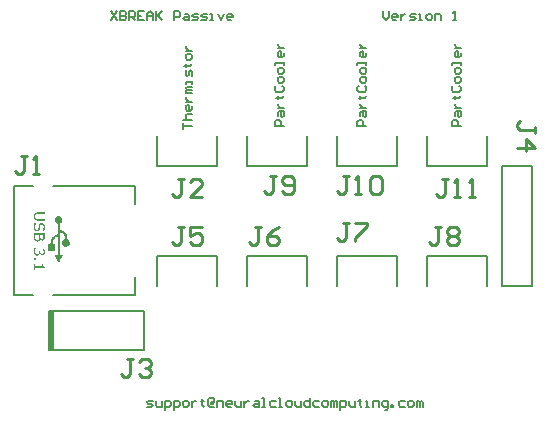
<source format=gto>
G04 Layer_Color=65535*
%FSLAX44Y44*%
%MOMM*%
G71*
G01*
G75*
%ADD11C,0.2540*%
%ADD24C,0.1500*%
%ADD25C,0.2032*%
%ADD26C,0.1270*%
G36*
X278339Y948650D02*
X276600D01*
Y950106D01*
X278339D01*
Y948650D01*
D02*
G37*
G36*
X285694Y968665D02*
Y968650D01*
Y968620D01*
Y968576D01*
Y968501D01*
Y968323D01*
X285679Y968100D01*
Y967862D01*
X285664Y967625D01*
X285649Y967387D01*
X285619Y967179D01*
Y967149D01*
X285605Y967090D01*
X285590Y967001D01*
X285560Y966867D01*
X285515Y966718D01*
X285456Y966570D01*
X285396Y966391D01*
X285307Y966228D01*
X285292Y966198D01*
X285263Y966139D01*
X285203Y966050D01*
X285129Y965946D01*
X285025Y965827D01*
X284906Y965708D01*
X284772Y965589D01*
X284624Y965500D01*
X284609Y965485D01*
X284550Y965455D01*
X284460Y965426D01*
X284356Y965381D01*
X284208Y965336D01*
X284044Y965292D01*
X283851Y965277D01*
X283643Y965262D01*
X283539D01*
X283420Y965277D01*
X283272Y965307D01*
X283093Y965351D01*
X282915Y965411D01*
X282722Y965485D01*
X282544Y965604D01*
X282529Y965619D01*
X282469Y965663D01*
X282395Y965738D01*
X282291Y965842D01*
X282172Y965960D01*
X282053Y966109D01*
X281934Y966287D01*
X281815Y966481D01*
X281771D01*
Y966466D01*
X281756Y966436D01*
Y966391D01*
X281726Y966332D01*
X281682Y966154D01*
X281593Y965946D01*
X281489Y965723D01*
X281340Y965470D01*
X281162Y965247D01*
X280954Y965024D01*
X280924Y964995D01*
X280850Y964935D01*
X280716Y964861D01*
X280538Y964757D01*
X280300Y964653D01*
X280032Y964579D01*
X279735Y964519D01*
X279394Y964490D01*
X279275D01*
X279156Y964504D01*
X278992Y964519D01*
X278799Y964549D01*
X278591Y964608D01*
X278398Y964668D01*
X278190Y964757D01*
X278160Y964772D01*
X278101Y964801D01*
X278012Y964861D01*
X277893Y964935D01*
X277759Y965039D01*
X277610Y965158D01*
X277477Y965292D01*
X277343Y965441D01*
X277328Y965470D01*
X277283Y965530D01*
X277209Y965634D01*
X277120Y965782D01*
X277031Y965946D01*
X276927Y966139D01*
X276838Y966362D01*
X276763Y966585D01*
Y966614D01*
X276734Y966689D01*
X276719Y966822D01*
X276689Y967001D01*
X276659Y967224D01*
X276630Y967491D01*
X276615Y967788D01*
X276600Y968130D01*
Y971354D01*
X285694D01*
Y968665D01*
D02*
G37*
G36*
X278264Y958486D02*
X278249Y958457D01*
X278205Y958397D01*
X278145Y958278D01*
X278056Y958145D01*
X277967Y957966D01*
X277863Y957758D01*
X277774Y957521D01*
X277685Y957268D01*
Y957253D01*
X277670Y957238D01*
X277655Y957149D01*
X277610Y957015D01*
X277581Y956837D01*
X277536Y956629D01*
X277491Y956406D01*
X277477Y956168D01*
X277462Y955916D01*
Y955901D01*
Y955842D01*
Y955767D01*
X277477Y955663D01*
X277491Y955544D01*
X277506Y955411D01*
X277581Y955099D01*
Y955084D01*
X277610Y955024D01*
X277640Y954950D01*
X277685Y954846D01*
X277804Y954608D01*
X277878Y954489D01*
X277967Y954385D01*
X277982Y954370D01*
X278012Y954341D01*
X278071Y954281D01*
X278145Y954222D01*
X278324Y954088D01*
X278547Y953969D01*
X278561D01*
X278606Y953940D01*
X278680Y953925D01*
X278769Y953895D01*
X278888Y953865D01*
X279037Y953850D01*
X279200Y953821D01*
X279468D01*
X279557Y953836D01*
X279661D01*
X279928Y953895D01*
X280062Y953925D01*
X280181Y953984D01*
X280196D01*
X280240Y954014D01*
X280300Y954044D01*
X280374Y954103D01*
X280538Y954237D01*
X280686Y954415D01*
X280701Y954430D01*
X280716Y954460D01*
X280746Y954519D01*
X280790Y954608D01*
X280835Y954712D01*
X280879Y954816D01*
X280924Y954950D01*
X280954Y955099D01*
Y955114D01*
X280969Y955158D01*
X280983Y955247D01*
X280998Y955351D01*
Y955470D01*
X281013Y955619D01*
X281028Y955931D01*
Y956480D01*
X282038D01*
Y956064D01*
Y956050D01*
Y956020D01*
Y955975D01*
Y955916D01*
X282053Y955738D01*
X282083Y955529D01*
X282128Y955292D01*
X282202Y955039D01*
X282291Y954801D01*
X282425Y954578D01*
X282440Y954549D01*
X282499Y954489D01*
X282588Y954400D01*
X282707Y954296D01*
X282871Y954192D01*
X283064Y954103D01*
X283287Y954044D01*
X283554Y954014D01*
X283673D01*
X283747Y954029D01*
X283940Y954073D01*
X284133Y954163D01*
X284148D01*
X284178Y954192D01*
X284223Y954222D01*
X284282Y954267D01*
X284416Y954385D01*
X284550Y954549D01*
Y954564D01*
X284579Y954593D01*
X284594Y954653D01*
X284639Y954712D01*
X284698Y954905D01*
X284758Y955114D01*
Y955128D01*
X284772Y955158D01*
X284787Y955232D01*
X284802Y955307D01*
Y955411D01*
X284817Y955529D01*
X284832Y955797D01*
Y955827D01*
Y955901D01*
X284817Y956020D01*
X284802Y956168D01*
X284772Y956347D01*
X284743Y956555D01*
X284683Y956793D01*
X284609Y957030D01*
X284594Y957060D01*
X284564Y957134D01*
X284520Y957268D01*
X284460Y957417D01*
X284371Y957610D01*
X284282Y957818D01*
X284163Y958026D01*
X284030Y958249D01*
Y958308D01*
X285307D01*
X285322Y958293D01*
X285337Y958234D01*
X285382Y958130D01*
X285441Y957996D01*
X285501Y957833D01*
X285560Y957639D01*
X285619Y957417D01*
X285694Y957164D01*
Y957149D01*
X285709Y957134D01*
X285723Y957045D01*
X285753Y956897D01*
X285798Y956718D01*
X285827Y956495D01*
X285857Y956273D01*
X285872Y956020D01*
X285887Y955767D01*
Y955752D01*
Y955738D01*
Y955648D01*
Y955529D01*
X285872Y955366D01*
X285857Y955188D01*
X285827Y954995D01*
X285798Y954787D01*
X285753Y954593D01*
Y954564D01*
X285738Y954504D01*
X285709Y954415D01*
X285664Y954281D01*
X285605Y954148D01*
X285545Y953984D01*
X285367Y953672D01*
X285352Y953657D01*
X285307Y953598D01*
X285248Y953523D01*
X285174Y953434D01*
X285070Y953316D01*
X284936Y953212D01*
X284802Y953108D01*
X284654Y953018D01*
X284639Y953003D01*
X284579Y952974D01*
X284490Y952944D01*
X284371Y952899D01*
X284237Y952855D01*
X284074Y952810D01*
X283881Y952795D01*
X283688Y952781D01*
X283613D01*
X283554Y952795D01*
X283420Y952810D01*
X283242Y952840D01*
X283034Y952914D01*
X282811Y953003D01*
X282588Y953137D01*
X282365Y953316D01*
X282336Y953345D01*
X282276Y953405D01*
X282172Y953523D01*
X282068Y953672D01*
X281949Y953865D01*
X281830Y954073D01*
X281726Y954311D01*
X281652Y954578D01*
X281563D01*
Y954564D01*
X281548Y954519D01*
Y954460D01*
X281518Y954385D01*
X281489Y954281D01*
X281459Y954177D01*
X281355Y953910D01*
Y953895D01*
X281325Y953850D01*
X281295Y953776D01*
X281251Y953687D01*
X281132Y953479D01*
X280969Y953271D01*
X280954Y953256D01*
X280924Y953226D01*
X280865Y953167D01*
X280790Y953093D01*
X280686Y953018D01*
X280567Y952944D01*
X280448Y952855D01*
X280300Y952781D01*
X280285Y952766D01*
X280226Y952751D01*
X280151Y952721D01*
X280032Y952677D01*
X279884Y952647D01*
X279706Y952617D01*
X279512Y952602D01*
X279289Y952587D01*
X279186D01*
X279067Y952602D01*
X278918Y952617D01*
X278740Y952647D01*
X278547Y952691D01*
X278339Y952751D01*
X278145Y952825D01*
X278116Y952840D01*
X278056Y952870D01*
X277967Y952914D01*
X277833Y952989D01*
X277700Y953078D01*
X277551Y953182D01*
X277388Y953301D01*
X277239Y953449D01*
X277224Y953464D01*
X277165Y953523D01*
X277090Y953628D01*
X277001Y953761D01*
X276897Y953910D01*
X276793Y954103D01*
X276689Y954311D01*
X276600Y954534D01*
X276585Y954564D01*
X276570Y954638D01*
X276541Y954772D01*
X276511Y954935D01*
X276466Y955143D01*
X276437Y955366D01*
X276422Y955619D01*
X276407Y955886D01*
Y955901D01*
Y955916D01*
Y955960D01*
Y956020D01*
X276422Y956168D01*
X276437Y956362D01*
X276451Y956584D01*
X276481Y956837D01*
X276526Y957105D01*
X276585Y957387D01*
Y957402D01*
X276600Y957417D01*
X276615Y957506D01*
X276659Y957639D01*
X276704Y957803D01*
X276763Y957996D01*
X276823Y958189D01*
X276897Y958397D01*
X276971Y958576D01*
X278264D01*
Y958486D01*
D02*
G37*
G36*
X284446Y945381D02*
Y945336D01*
Y945262D01*
X284460Y945158D01*
Y945039D01*
X284475Y944905D01*
X284505Y944593D01*
Y944578D01*
X284520Y944519D01*
X284535Y944445D01*
X284550Y944341D01*
X284609Y944118D01*
X284639Y944014D01*
X284683Y943910D01*
X284698Y943895D01*
X284713Y943865D01*
X284743Y943821D01*
X284802Y943761D01*
X284921Y943613D01*
X285084Y943479D01*
X285099Y943464D01*
X285129Y943449D01*
X285189Y943419D01*
X285248Y943390D01*
X285352Y943360D01*
X285456Y943330D01*
X285575Y943301D01*
X285723Y943286D01*
Y942335D01*
X277536D01*
Y940477D01*
X276600D01*
Y945396D01*
X277536D01*
Y943509D01*
X283613D01*
Y945396D01*
X284446D01*
Y945381D01*
D02*
G37*
G36*
X298147Y986000D02*
X298595Y985882D01*
X298991Y985684D01*
X299369Y985463D01*
X299849Y985071D01*
X300104Y984694D01*
X300364Y984312D01*
X300613Y983765D01*
X300719Y983127D01*
X300711Y982890D01*
X300726D01*
Y982475D01*
X300683Y982119D01*
X300575Y981748D01*
X300449Y981422D01*
X300291Y981113D01*
X300058Y980764D01*
X299796Y980482D01*
X299592Y980310D01*
X299304Y980106D01*
X299063Y979940D01*
X298781Y979807D01*
X298666Y979747D01*
X298637Y977334D01*
X298638Y974751D01*
X298690Y974647D01*
X298845Y974562D01*
X299394Y974338D01*
X299967Y974086D01*
X301005Y973633D01*
X301603Y973374D01*
X302197Y973105D01*
X302895Y972577D01*
X303301Y972139D01*
X303725Y971483D01*
X303994Y970884D01*
X304182Y970460D01*
X304409Y969343D01*
X304503Y968711D01*
X304602Y967080D01*
X304607Y966500D01*
X304691Y966415D01*
X304828Y966339D01*
X305055Y966288D01*
X305337Y966113D01*
X305743Y965877D01*
X306061Y965554D01*
X306337Y965241D01*
X306568Y964897D01*
X306700Y964609D01*
X306834Y964201D01*
X306943Y963716D01*
X306950Y963143D01*
X306926Y962671D01*
X306794Y962105D01*
X306582Y961766D01*
X306323Y961351D01*
X306028Y961042D01*
X305734Y960748D01*
X305488Y960583D01*
X305191Y960441D01*
X304814Y960262D01*
X304494Y960149D01*
X304234Y960111D01*
X303923Y960097D01*
X303484Y960083D01*
X303119Y960109D01*
X302810Y960173D01*
X302410Y960314D01*
X302164Y960460D01*
X301872Y960682D01*
X301604Y960884D01*
X301354Y961082D01*
X301196Y961269D01*
X300962Y961559D01*
X300776Y961872D01*
X300675Y962190D01*
X300581Y962483D01*
X300505Y962964D01*
X300505Y963544D01*
X300590Y964100D01*
X300707Y964501D01*
X301010Y965043D01*
X301240Y965312D01*
X301483Y965545D01*
X301868Y965896D01*
X302188Y966137D01*
X302424Y966259D01*
X302683Y966377D01*
X302726Y966523D01*
X302735Y966863D01*
X302712Y967759D01*
X302650Y968225D01*
X302612Y968711D01*
X302490Y969428D01*
X302362Y969810D01*
X302183Y970234D01*
X302037Y970465D01*
X301863Y970729D01*
X301627Y970974D01*
X301349Y971215D01*
X301028Y971469D01*
X300752Y971604D01*
X300410Y971785D01*
X300024Y971945D01*
X299718Y972063D01*
X299404Y972212D01*
X299227Y972304D01*
X299027Y972400D01*
X298829Y972518D01*
X298704Y972568D01*
X298636Y972551D01*
X298591Y972506D01*
X298600Y972200D01*
Y968951D01*
X298607Y961311D01*
X298600Y957570D01*
X298595Y956476D01*
X298600Y954765D01*
X298553Y953374D01*
X298607Y953301D01*
X298911Y953326D01*
X299538Y953322D01*
X301240Y953341D01*
X301271Y953244D01*
X301099Y952949D01*
X300439Y951823D01*
X300010Y951054D01*
X299430Y950069D01*
X299015Y949319D01*
X298445Y948305D01*
X297742Y947032D01*
X297633Y946891D01*
X297584Y946903D01*
X297488Y947023D01*
X296493Y948833D01*
X296073Y949437D01*
X295663Y950187D01*
X295175Y951080D01*
X294786Y951709D01*
X294333Y952426D01*
X294050Y952926D01*
X293904Y953161D01*
Y953247D01*
X293979Y953322D01*
X295712Y953319D01*
X296389Y953312D01*
X296507D01*
X296577Y953369D01*
Y961134D01*
X296610Y967679D01*
X296634Y968819D01*
X296596Y968937D01*
X296502Y968947D01*
X296323Y968801D01*
X295719Y968442D01*
X295252Y968216D01*
X294805Y967952D01*
X294338Y967589D01*
X293725Y967023D01*
X293458Y966615D01*
X293131Y966085D01*
X292942Y965646D01*
X292695Y965017D01*
X292574Y964595D01*
X292490Y963972D01*
X292409Y963218D01*
X292339Y962478D01*
X292376Y962313D01*
X292504Y962299D01*
X294201Y962313D01*
X294258Y962247D01*
X294239Y962016D01*
X294244Y956938D01*
X294216Y956849D01*
X294125Y956830D01*
X288949Y956853D01*
X288810Y956874D01*
X288741Y956919D01*
X288751Y957117D01*
X288763Y962216D01*
X288744Y962292D01*
X288810Y962334D01*
X290354Y962313D01*
X290465Y962348D01*
X290488Y962518D01*
X290510Y963256D01*
X290618Y964038D01*
X290717Y964802D01*
X290809Y965191D01*
X291009Y966014D01*
X291254Y966702D01*
X291641Y967499D01*
X292080Y967971D01*
X292645Y968617D01*
X293400Y969277D01*
X294083Y969687D01*
X294783Y970071D01*
X295406Y970397D01*
X295719Y970545D01*
X296111Y970804D01*
X296422Y971097D01*
X296563Y971380D01*
X296653Y971696D01*
X296646Y972971D01*
X296648Y978381D01*
X296639Y979626D01*
X296582Y979692D01*
X296441Y979748D01*
X296200Y979824D01*
X295934Y979939D01*
X295639Y980140D01*
X295441Y980314D01*
X295229Y980522D01*
X295059Y980748D01*
X294859Y980981D01*
X294574Y981399D01*
X294475Y981733D01*
X294375Y982120D01*
X294333Y982629D01*
X294319Y983148D01*
X294343Y983511D01*
X294423Y983855D01*
X294625Y984355D01*
X294861Y984623D01*
X295092Y984930D01*
X295507Y985345D01*
X295865Y985632D01*
X296191Y985793D01*
X296667Y985981D01*
X297190Y986047D01*
X297808Y986052D01*
X298147Y986000D01*
D02*
G37*
G36*
X285694Y987996D02*
X279928D01*
X279750Y987982D01*
X279572D01*
X279379Y987952D01*
X279186Y987937D01*
X279007Y987907D01*
X278992D01*
X278933Y987892D01*
X278859Y987863D01*
X278755Y987818D01*
X278636Y987774D01*
X278502Y987714D01*
X278235Y987566D01*
X278220Y987551D01*
X278175Y987521D01*
X278101Y987461D01*
X278012Y987372D01*
X277922Y987268D01*
X277818Y987150D01*
X277729Y987001D01*
X277640Y986837D01*
X277625Y986823D01*
X277610Y986748D01*
X277581Y986659D01*
X277551Y986525D01*
X277506Y986362D01*
X277477Y986169D01*
X277462Y985961D01*
X277447Y985723D01*
Y985708D01*
Y985693D01*
Y985619D01*
X277462Y985485D01*
X277477Y985337D01*
X277491Y985158D01*
X277536Y984980D01*
X277581Y984787D01*
X277640Y984609D01*
X277655Y984594D01*
X277670Y984534D01*
X277729Y984445D01*
X277789Y984341D01*
X277878Y984222D01*
X277967Y984103D01*
X278101Y983985D01*
X278235Y983866D01*
X278249Y983851D01*
X278294Y983821D01*
X278368Y983791D01*
X278472Y983732D01*
X278591Y983672D01*
X278725Y983628D01*
X279037Y983524D01*
X279052D01*
X279111Y983509D01*
X279215Y983494D01*
X279349Y983464D01*
X279512Y983450D01*
X279691Y983435D01*
X279914Y983420D01*
X285694D01*
Y982216D01*
X279988D01*
X279899Y982231D01*
X279661Y982246D01*
X279394Y982276D01*
X279096Y982305D01*
X278799Y982365D01*
X278517Y982439D01*
X278502D01*
X278487Y982454D01*
X278398Y982484D01*
X278264Y982528D01*
X278086Y982617D01*
X277893Y982707D01*
X277685Y982840D01*
X277491Y982974D01*
X277298Y983152D01*
X277283Y983167D01*
X277224Y983242D01*
X277135Y983331D01*
X277031Y983464D01*
X276927Y983628D01*
X276808Y983821D01*
X276704Y984029D01*
X276615Y984252D01*
X276600Y984282D01*
X276585Y984356D01*
X276555Y984490D01*
X276511Y984668D01*
X276466Y984891D01*
X276437Y985129D01*
X276422Y985411D01*
X276407Y985723D01*
Y985738D01*
Y985768D01*
Y985812D01*
Y985872D01*
X276422Y986020D01*
X276437Y986228D01*
X276466Y986451D01*
X276496Y986704D01*
X276555Y986956D01*
X276630Y987209D01*
X276645Y987239D01*
X276674Y987313D01*
X276719Y987432D01*
X276793Y987580D01*
X276897Y987744D01*
X277001Y987922D01*
X277135Y988115D01*
X277298Y988279D01*
X277328Y988294D01*
X277388Y988353D01*
X277491Y988442D01*
X277640Y988546D01*
X277804Y988665D01*
X278012Y988784D01*
X278249Y988903D01*
X278502Y988992D01*
X278517D01*
X278532Y989007D01*
X278576D01*
X278636Y989022D01*
X278784Y989051D01*
X278992Y989096D01*
X279245Y989141D01*
X279542Y989170D01*
X279869Y989185D01*
X280240Y989200D01*
X285694D01*
Y987996D01*
D02*
G37*
G36*
X278680Y980240D02*
Y980225D01*
X278650Y980210D01*
X278621Y980166D01*
X278591Y980121D01*
X278487Y979973D01*
X278353Y979779D01*
X278205Y979542D01*
X278056Y979274D01*
X277922Y978977D01*
X277789Y978650D01*
Y978635D01*
X277774Y978605D01*
X277759Y978561D01*
X277744Y978502D01*
X277714Y978412D01*
X277685Y978323D01*
X277640Y978100D01*
X277581Y977833D01*
X277521Y977551D01*
X277491Y977238D01*
X277477Y976941D01*
Y976926D01*
Y976897D01*
Y976837D01*
Y976763D01*
X277491Y976659D01*
X277506Y976555D01*
X277536Y976302D01*
X277581Y976020D01*
X277655Y975738D01*
X277759Y975455D01*
X277893Y975203D01*
Y975188D01*
X277908Y975173D01*
X277967Y975099D01*
X278056Y974995D01*
X278190Y974876D01*
X278353Y974772D01*
X278547Y974668D01*
X278769Y974594D01*
X278888Y974564D01*
X279126D01*
X279230Y974579D01*
X279349Y974594D01*
X279498Y974638D01*
X279646Y974683D01*
X279780Y974757D01*
X279899Y974861D01*
X279914Y974876D01*
X279943Y974921D01*
X280003Y974980D01*
X280062Y975084D01*
X280136Y975218D01*
X280226Y975366D01*
X280300Y975559D01*
X280359Y975768D01*
Y975782D01*
X280374Y975842D01*
X280404Y975946D01*
X280434Y976065D01*
X280463Y976213D01*
X280493Y976377D01*
X280523Y976570D01*
X280553Y976763D01*
Y976793D01*
X280567Y976852D01*
X280582Y976956D01*
X280612Y977105D01*
X280642Y977268D01*
X280671Y977461D01*
X280716Y977669D01*
X280760Y977892D01*
Y977907D01*
X280775Y977952D01*
X280790Y978011D01*
X280805Y978085D01*
X280835Y978189D01*
X280879Y978308D01*
X280969Y978561D01*
X281087Y978858D01*
X281236Y979155D01*
X281414Y979438D01*
X281637Y979675D01*
X281667Y979705D01*
X281756Y979764D01*
X281890Y979854D01*
X282068Y979958D01*
X282306Y980077D01*
X282573Y980166D01*
X282885Y980225D01*
X283242Y980255D01*
X283346D01*
X283435Y980240D01*
X283524Y980225D01*
X283643Y980210D01*
X283911Y980136D01*
X284208Y980017D01*
X284356Y979943D01*
X284520Y979854D01*
X284668Y979750D01*
X284832Y979616D01*
X284981Y979467D01*
X285114Y979304D01*
X285129Y979289D01*
X285144Y979259D01*
X285189Y979200D01*
X285233Y979126D01*
X285292Y979036D01*
X285352Y978918D01*
X285411Y978784D01*
X285486Y978635D01*
X285560Y978472D01*
X285619Y978279D01*
X285679Y978085D01*
X285738Y977863D01*
X285827Y977387D01*
X285842Y977120D01*
X285857Y976852D01*
Y976837D01*
Y976808D01*
Y976763D01*
Y976689D01*
Y976600D01*
X285842Y976510D01*
X285827Y976273D01*
X285813Y976005D01*
X285783Y975708D01*
X285723Y975411D01*
X285664Y975099D01*
Y975084D01*
X285649Y975069D01*
Y975024D01*
X285634Y974965D01*
X285590Y974817D01*
X285545Y974623D01*
X285471Y974400D01*
X285396Y974163D01*
X285307Y973910D01*
X285218Y973672D01*
X283792D01*
Y973762D01*
X283807Y973791D01*
X283866Y973851D01*
X283940Y973969D01*
X284044Y974133D01*
X284163Y974326D01*
X284282Y974564D01*
X284401Y974831D01*
X284520Y975128D01*
Y975143D01*
X284535Y975173D01*
X284550Y975218D01*
X284564Y975277D01*
X284594Y975351D01*
X284609Y975441D01*
X284668Y975664D01*
X284728Y975916D01*
X284772Y976213D01*
X284802Y976525D01*
X284817Y976852D01*
Y976867D01*
Y976897D01*
Y976941D01*
Y977016D01*
X284802Y977194D01*
X284772Y977402D01*
X284713Y977655D01*
X284639Y977922D01*
X284535Y978175D01*
X284401Y978412D01*
X284386Y978442D01*
X284327Y978502D01*
X284237Y978591D01*
X284119Y978695D01*
X283970Y978814D01*
X283792Y978903D01*
X283584Y978962D01*
X283361Y978992D01*
X283272D01*
X283168Y978977D01*
X283034Y978962D01*
X282900Y978918D01*
X282752Y978873D01*
X282603Y978799D01*
X282469Y978709D01*
X282454Y978695D01*
X282425Y978650D01*
X282365Y978576D01*
X282291Y978472D01*
X282217Y978323D01*
X282128Y978145D01*
X282053Y977922D01*
X281979Y977669D01*
Y977655D01*
X281964Y977595D01*
X281949Y977506D01*
X281919Y977387D01*
X281890Y977224D01*
X281860Y977045D01*
X281815Y976823D01*
X281771Y976570D01*
Y976555D01*
Y976540D01*
X281756Y976451D01*
X281726Y976317D01*
X281697Y976139D01*
X281652Y975946D01*
X281607Y975753D01*
X281563Y975545D01*
X281518Y975351D01*
Y975337D01*
X281504Y975307D01*
X281489Y975247D01*
X281474Y975188D01*
X281444Y975099D01*
X281399Y974995D01*
X281310Y974772D01*
X281206Y974519D01*
X281058Y974267D01*
X280894Y974029D01*
X280701Y973821D01*
X280671Y973791D01*
X280597Y973732D01*
X280478Y973658D01*
X280315Y973553D01*
X280092Y973464D01*
X279839Y973375D01*
X279527Y973316D01*
X279186Y973301D01*
X279096D01*
X278992Y973316D01*
X278859Y973331D01*
X278695Y973360D01*
X278517Y973405D01*
X278324Y973464D01*
X278130Y973553D01*
X278116Y973568D01*
X278041Y973598D01*
X277952Y973658D01*
X277833Y973732D01*
X277700Y973836D01*
X277551Y973955D01*
X277402Y974088D01*
X277254Y974252D01*
X277239Y974267D01*
X277194Y974341D01*
X277120Y974445D01*
X277031Y974579D01*
X276942Y974742D01*
X276838Y974935D01*
X276734Y975158D01*
X276645Y975396D01*
X276630Y975426D01*
X276615Y975515D01*
X276585Y975649D01*
X276541Y975827D01*
X276496Y976050D01*
X276466Y976317D01*
X276451Y976629D01*
X276437Y976956D01*
Y976971D01*
Y977001D01*
Y977045D01*
Y977120D01*
Y977209D01*
X276451Y977313D01*
X276466Y977551D01*
X276481Y977818D01*
X276511Y978115D01*
X276555Y978427D01*
X276615Y978724D01*
Y978739D01*
X276630Y978754D01*
Y978799D01*
X276645Y978858D01*
X276689Y979022D01*
X276749Y979215D01*
X276823Y979453D01*
X276912Y979720D01*
X277031Y980017D01*
X277150Y980314D01*
X278680D01*
Y980240D01*
D02*
G37*
%LPC*%
G36*
X284654Y970151D02*
X282038D01*
Y968591D01*
Y968561D01*
Y968501D01*
Y968397D01*
Y968264D01*
X282053Y968115D01*
Y967967D01*
X282068Y967818D01*
X282083Y967684D01*
Y967669D01*
X282098Y967625D01*
X282113Y967565D01*
X282142Y967476D01*
X282217Y967283D01*
X282336Y967060D01*
X282350Y967045D01*
X282365Y967016D01*
X282410Y966971D01*
X282454Y966897D01*
X282603Y966778D01*
X282692Y966703D01*
X282796Y966659D01*
X282811D01*
X282856Y966644D01*
X282915Y966614D01*
X282989Y966585D01*
X283093Y966570D01*
X283212Y966540D01*
X283480Y966525D01*
X283599D01*
X283673Y966540D01*
X283851Y966570D01*
X284030Y966644D01*
X284044D01*
X284074Y966659D01*
X284163Y966733D01*
X284282Y966837D01*
X284401Y967001D01*
X284416Y967016D01*
X284431Y967045D01*
X284460Y967105D01*
X284490Y967194D01*
X284520Y967298D01*
X284564Y967417D01*
X284594Y967550D01*
X284609Y967699D01*
Y967714D01*
X284624Y967773D01*
Y967862D01*
X284639Y967981D01*
Y968115D01*
X284654Y968293D01*
Y968487D01*
Y968709D01*
Y970151D01*
D02*
G37*
G36*
X281013D02*
X277640D01*
Y968561D01*
Y968546D01*
Y968531D01*
Y968487D01*
Y968427D01*
Y968279D01*
X277655Y968100D01*
Y967892D01*
X277670Y967669D01*
X277685Y967461D01*
X277714Y967253D01*
Y967224D01*
X277729Y967164D01*
X277759Y967075D01*
X277789Y966956D01*
X277833Y966822D01*
X277878Y966689D01*
X277937Y966555D01*
X278012Y966421D01*
X278027Y966406D01*
X278056Y966362D01*
X278101Y966302D01*
X278175Y966228D01*
X278339Y966065D01*
X278442Y965990D01*
X278547Y965916D01*
X278561Y965901D01*
X278606Y965886D01*
X278665Y965856D01*
X278769Y965827D01*
X278873Y965797D01*
X279022Y965782D01*
X279171Y965752D01*
X279438D01*
X279542Y965767D01*
X279661D01*
X279943Y965827D01*
X280092Y965871D01*
X280211Y965931D01*
X280226D01*
X280270Y965960D01*
X280330Y966005D01*
X280404Y966065D01*
X280493Y966154D01*
X280582Y966243D01*
X280671Y966377D01*
X280760Y966525D01*
Y966540D01*
X280790Y966585D01*
X280805Y966644D01*
X280835Y966718D01*
X280879Y966822D01*
X280909Y966956D01*
X280939Y967090D01*
X280954Y967238D01*
Y967253D01*
X280969Y967313D01*
Y967402D01*
X280983Y967521D01*
X280998Y967669D01*
Y967833D01*
X281013Y968041D01*
Y968249D01*
Y970151D01*
D02*
G37*
%LPD*%
D11*
X403857Y1017265D02*
X398778D01*
X401317D01*
Y1004569D01*
X398778Y1002030D01*
X396239D01*
X393700Y1004569D01*
X419092Y1002030D02*
X408935D01*
X419092Y1012187D01*
Y1014726D01*
X416553Y1017265D01*
X411474D01*
X408935Y1014726D01*
X543557Y980435D02*
X538478D01*
X541017D01*
Y967739D01*
X538478Y965200D01*
X535939D01*
X533400Y967739D01*
X548635Y980435D02*
X558792D01*
Y977896D01*
X548635Y967739D01*
Y965200D01*
X627377Y1017265D02*
X622298D01*
X624837D01*
Y1004569D01*
X622298Y1002030D01*
X619759D01*
X617220Y1004569D01*
X632455Y1002030D02*
X637533D01*
X634994D01*
Y1017265D01*
X632455Y1014726D01*
X645151Y1002030D02*
X650229D01*
X647690D01*
Y1017265D01*
X645151Y1014726D01*
X543557Y1019805D02*
X538478D01*
X541017D01*
Y1007109D01*
X538478Y1004570D01*
X535939D01*
X533400Y1007109D01*
X548635Y1004570D02*
X553713D01*
X551174D01*
Y1019805D01*
X548635Y1017266D01*
X561331D02*
X563870Y1019805D01*
X568949D01*
X571488Y1017266D01*
Y1007109D01*
X568949Y1004570D01*
X563870D01*
X561331Y1007109D01*
Y1017266D01*
X481327Y1019805D02*
X476248D01*
X478787D01*
Y1007109D01*
X476248Y1004570D01*
X473709D01*
X471170Y1007109D01*
X486405D02*
X488944Y1004570D01*
X494023D01*
X496562Y1007109D01*
Y1017266D01*
X494023Y1019805D01*
X488944D01*
X486405Y1017266D01*
Y1014727D01*
X488944Y1012188D01*
X496562D01*
X403857Y976625D02*
X398778D01*
X401317D01*
Y963929D01*
X398778Y961390D01*
X396239D01*
X393700Y963929D01*
X419092Y976625D02*
X408935D01*
Y969007D01*
X414013Y971547D01*
X416553D01*
X419092Y969007D01*
Y963929D01*
X416553Y961390D01*
X411474D01*
X408935Y963929D01*
X701035Y1056643D02*
Y1061722D01*
Y1059183D01*
X688339D01*
X685800Y1061722D01*
Y1064261D01*
X688339Y1066800D01*
X685800Y1043947D02*
X701035D01*
X693418Y1051565D01*
Y1041408D01*
X360157Y865235D02*
X355078D01*
X357617D01*
Y852539D01*
X355078Y850000D01*
X352539D01*
X350000Y852539D01*
X365235Y862696D02*
X367774Y865235D01*
X372853D01*
X375392Y862696D01*
Y860157D01*
X372853Y857617D01*
X370313D01*
X372853D01*
X375392Y855078D01*
Y852539D01*
X372853Y850000D01*
X367774D01*
X365235Y852539D01*
X271015Y1037077D02*
X265936D01*
X268475D01*
Y1024381D01*
X265936Y1021842D01*
X263397D01*
X260858Y1024381D01*
X276093Y1021842D02*
X281171D01*
X278632D01*
Y1037077D01*
X276093Y1034538D01*
X468881Y976371D02*
X463802D01*
X466342D01*
Y963675D01*
X463802Y961136D01*
X461263D01*
X458724Y963675D01*
X484116Y976371D02*
X479037Y973832D01*
X473959Y968754D01*
Y963675D01*
X476498Y961136D01*
X481577D01*
X484116Y963675D01*
Y966214D01*
X481577Y968754D01*
X473959D01*
X621281Y976371D02*
X616202D01*
X618741D01*
Y963675D01*
X616202Y961136D01*
X613663D01*
X611124Y963675D01*
X626359Y973832D02*
X628898Y976371D01*
X633977D01*
X636516Y973832D01*
Y971293D01*
X633977Y968754D01*
X636516Y966214D01*
Y963675D01*
X633977Y961136D01*
X628898D01*
X626359Y963675D01*
Y966214D01*
X628898Y968754D01*
X626359Y971293D01*
Y973832D01*
X628898Y968754D02*
X633977D01*
D24*
X259700Y919300D02*
X275600D01*
X292600D02*
X362100D01*
Y934100D01*
Y996300D02*
Y1011100D01*
X292600D02*
X362100D01*
X259700D02*
X275600D01*
X259700Y919300D02*
Y1011100D01*
D25*
X381000Y1028700D02*
Y1054100D01*
X431800Y1028700D02*
Y1054100D01*
X381000Y1028700D02*
X431800D01*
X584200Y927100D02*
Y952500D01*
X533400Y927100D02*
Y952500D01*
X584200D01*
X609600Y1028700D02*
Y1054100D01*
X660400Y1028700D02*
Y1054100D01*
X609600Y1028700D02*
X660400D01*
X533400D02*
Y1054100D01*
X584200Y1028700D02*
Y1054100D01*
X533400Y1028700D02*
X584200D01*
X457200D02*
Y1054100D01*
X508000Y1028700D02*
Y1054100D01*
X457200Y1028700D02*
X508000D01*
X431800Y927100D02*
Y952500D01*
X381000Y927100D02*
Y952500D01*
X431800D01*
X508000Y927100D02*
Y952500D01*
X457200Y927100D02*
Y952500D01*
X508000D01*
X660400Y927100D02*
Y952500D01*
X609600Y927100D02*
Y952500D01*
X660400D01*
X372032Y824571D02*
X375841D01*
X377110Y825841D01*
X375841Y827110D01*
X373302D01*
X372032Y828380D01*
X373302Y829650D01*
X377110D01*
X379650D02*
Y825841D01*
X380919Y824571D01*
X384728D01*
Y829650D01*
X387267Y822032D02*
Y829650D01*
X391076D01*
X392345Y828380D01*
Y825841D01*
X391076Y824571D01*
X387267D01*
X394885Y822032D02*
Y829650D01*
X398693D01*
X399963Y828380D01*
Y825841D01*
X398693Y824571D01*
X394885D01*
X403772D02*
X406311D01*
X407580Y825841D01*
Y828380D01*
X406311Y829650D01*
X403772D01*
X402502Y828380D01*
Y825841D01*
X403772Y824571D01*
X410120Y829650D02*
Y824571D01*
Y827110D01*
X411389Y828380D01*
X412659Y829650D01*
X413928D01*
X419007Y830919D02*
Y829650D01*
X417737D01*
X420276D01*
X419007D01*
Y825841D01*
X420276Y824571D01*
X427894Y827110D02*
Y828380D01*
X426624D01*
Y827110D01*
X427894D01*
X429164Y828380D01*
Y830919D01*
X427894Y832189D01*
X425355D01*
X424085Y830919D01*
Y825841D01*
X425355Y824571D01*
X429164D01*
X431703D02*
Y829650D01*
X435512D01*
X436781Y828380D01*
Y824571D01*
X443129D02*
X440590D01*
X439320Y825841D01*
Y828380D01*
X440590Y829650D01*
X443129D01*
X444399Y828380D01*
Y827110D01*
X439320D01*
X446938Y829650D02*
Y825841D01*
X448207Y824571D01*
X452016D01*
Y829650D01*
X454555D02*
Y824571D01*
Y827110D01*
X455825Y828380D01*
X457094Y829650D01*
X458364D01*
X463442D02*
X465982D01*
X467251Y828380D01*
Y824571D01*
X463442D01*
X462173Y825841D01*
X463442Y827110D01*
X467251D01*
X469790Y824571D02*
X472330D01*
X471060D01*
Y832189D01*
X469790D01*
X481217Y829650D02*
X477408D01*
X476138Y828380D01*
Y825841D01*
X477408Y824571D01*
X481217D01*
X483756D02*
X486295D01*
X485025D01*
Y832189D01*
X483756D01*
X491373Y824571D02*
X493913D01*
X495182Y825841D01*
Y828380D01*
X493913Y829650D01*
X491373D01*
X490104Y828380D01*
Y825841D01*
X491373Y824571D01*
X497721Y829650D02*
Y825841D01*
X498991Y824571D01*
X502800D01*
Y829650D01*
X510417Y832189D02*
Y824571D01*
X506609D01*
X505339Y825841D01*
Y828380D01*
X506609Y829650D01*
X510417D01*
X518035D02*
X514226D01*
X512956Y828380D01*
Y825841D01*
X514226Y824571D01*
X518035D01*
X521843D02*
X524383D01*
X525652Y825841D01*
Y828380D01*
X524383Y829650D01*
X521843D01*
X520574Y828380D01*
Y825841D01*
X521843Y824571D01*
X528191D02*
Y829650D01*
X529461D01*
X530731Y828380D01*
Y824571D01*
Y828380D01*
X532000Y829650D01*
X533270Y828380D01*
Y824571D01*
X535809Y822032D02*
Y829650D01*
X539618D01*
X540887Y828380D01*
Y825841D01*
X539618Y824571D01*
X535809D01*
X543427Y829650D02*
Y825841D01*
X544696Y824571D01*
X548505D01*
Y829650D01*
X552314Y830919D02*
Y829650D01*
X551044D01*
X553583D01*
X552314D01*
Y825841D01*
X553583Y824571D01*
X557392D02*
X559931D01*
X558662D01*
Y829650D01*
X557392D01*
X563740Y824571D02*
Y829650D01*
X567549D01*
X568818Y828380D01*
Y824571D01*
X573897Y822032D02*
X575166D01*
X576436Y823302D01*
Y829650D01*
X572627D01*
X571357Y828380D01*
Y825841D01*
X572627Y824571D01*
X576436D01*
X578975D02*
Y825841D01*
X580245D01*
Y824571D01*
X578975D01*
X590401Y829650D02*
X586593D01*
X585323Y828380D01*
Y825841D01*
X586593Y824571D01*
X590401D01*
X594210D02*
X596749D01*
X598019Y825841D01*
Y828380D01*
X596749Y829650D01*
X594210D01*
X592940Y828380D01*
Y825841D01*
X594210Y824571D01*
X600558D02*
Y829650D01*
X601828D01*
X603097Y828380D01*
Y824571D01*
Y828380D01*
X604367Y829650D01*
X605636Y828380D01*
Y824571D01*
X572032Y1159650D02*
Y1154571D01*
X574571Y1152032D01*
X577110Y1154571D01*
Y1159650D01*
X583458Y1152032D02*
X580919D01*
X579650Y1153302D01*
Y1155841D01*
X580919Y1157110D01*
X583458D01*
X584728Y1155841D01*
Y1154571D01*
X579650D01*
X587267Y1157110D02*
Y1152032D01*
Y1154571D01*
X588537Y1155841D01*
X589806Y1157110D01*
X591076D01*
X594885Y1152032D02*
X598693D01*
X599963Y1153302D01*
X598693Y1154571D01*
X596154D01*
X594885Y1155841D01*
X596154Y1157110D01*
X599963D01*
X602502Y1152032D02*
X605041D01*
X603772D01*
Y1157110D01*
X602502D01*
X610120Y1152032D02*
X612659D01*
X613928Y1153302D01*
Y1155841D01*
X612659Y1157110D01*
X610120D01*
X608850Y1155841D01*
Y1153302D01*
X610120Y1152032D01*
X616468D02*
Y1157110D01*
X620276D01*
X621546Y1155841D01*
Y1152032D01*
X631703D02*
X634242D01*
X632972D01*
Y1159650D01*
X631703Y1158380D01*
X342032Y1159650D02*
X347110Y1152032D01*
Y1159650D02*
X342032Y1152032D01*
X349650Y1159650D02*
Y1152032D01*
X353458D01*
X354728Y1153302D01*
Y1154571D01*
X353458Y1155841D01*
X349650D01*
X353458D01*
X354728Y1157110D01*
Y1158380D01*
X353458Y1159650D01*
X349650D01*
X357267Y1152032D02*
Y1159650D01*
X361076D01*
X362345Y1158380D01*
Y1155841D01*
X361076Y1154571D01*
X357267D01*
X359806D02*
X362345Y1152032D01*
X369963Y1159650D02*
X364885D01*
Y1152032D01*
X369963D01*
X364885Y1155841D02*
X367424D01*
X372502Y1152032D02*
Y1157110D01*
X375041Y1159650D01*
X377580Y1157110D01*
Y1152032D01*
Y1155841D01*
X372502D01*
X380120Y1159650D02*
Y1152032D01*
Y1154571D01*
X385198Y1159650D01*
X381389Y1155841D01*
X385198Y1152032D01*
X395355D02*
Y1159650D01*
X399164D01*
X400433Y1158380D01*
Y1155841D01*
X399164Y1154571D01*
X395355D01*
X404242Y1157110D02*
X406781D01*
X408051Y1155841D01*
Y1152032D01*
X404242D01*
X402972Y1153302D01*
X404242Y1154571D01*
X408051D01*
X410590Y1152032D02*
X414399D01*
X415668Y1153302D01*
X414399Y1154571D01*
X411859D01*
X410590Y1155841D01*
X411859Y1157110D01*
X415668D01*
X418207Y1152032D02*
X422016D01*
X423286Y1153302D01*
X422016Y1154571D01*
X419477D01*
X418207Y1155841D01*
X419477Y1157110D01*
X423286D01*
X425825Y1152032D02*
X428364D01*
X427094D01*
Y1157110D01*
X425825D01*
X432173D02*
X434712Y1152032D01*
X437251Y1157110D01*
X443599Y1152032D02*
X441060D01*
X439790Y1153302D01*
Y1155841D01*
X441060Y1157110D01*
X443599D01*
X444869Y1155841D01*
Y1154571D01*
X439790D01*
X637968Y1062032D02*
X630350D01*
Y1065841D01*
X631620Y1067110D01*
X634159D01*
X635429Y1065841D01*
Y1062032D01*
X632890Y1070919D02*
Y1073458D01*
X634159Y1074728D01*
X637968D01*
Y1070919D01*
X636698Y1069650D01*
X635429Y1070919D01*
Y1074728D01*
X632890Y1077267D02*
X637968D01*
X635429D01*
X634159Y1078537D01*
X632890Y1079806D01*
Y1081076D01*
X631620Y1086154D02*
X632890D01*
Y1084885D01*
Y1087424D01*
Y1086154D01*
X636698D01*
X637968Y1087424D01*
X631620Y1096311D02*
X630350Y1095041D01*
Y1092502D01*
X631620Y1091233D01*
X636698D01*
X637968Y1092502D01*
Y1095041D01*
X636698Y1096311D01*
X637968Y1100120D02*
Y1102659D01*
X636698Y1103928D01*
X634159D01*
X632890Y1102659D01*
Y1100120D01*
X634159Y1098850D01*
X636698D01*
X637968Y1100120D01*
Y1107737D02*
Y1110276D01*
X636698Y1111546D01*
X634159D01*
X632890Y1110276D01*
Y1107737D01*
X634159Y1106468D01*
X636698D01*
X637968Y1107737D01*
Y1114085D02*
Y1116624D01*
Y1115355D01*
X630350D01*
Y1114085D01*
X637968Y1124242D02*
Y1121703D01*
X636698Y1120433D01*
X634159D01*
X632890Y1121703D01*
Y1124242D01*
X634159Y1125511D01*
X635429D01*
Y1120433D01*
X632890Y1128051D02*
X637968D01*
X635429D01*
X634159Y1129320D01*
X632890Y1130590D01*
Y1131859D01*
X557968Y1062032D02*
X550350D01*
Y1065841D01*
X551620Y1067110D01*
X554159D01*
X555429Y1065841D01*
Y1062032D01*
X552890Y1070919D02*
Y1073458D01*
X554159Y1074728D01*
X557968D01*
Y1070919D01*
X556698Y1069650D01*
X555429Y1070919D01*
Y1074728D01*
X552890Y1077267D02*
X557968D01*
X555429D01*
X554159Y1078537D01*
X552890Y1079806D01*
Y1081076D01*
X551620Y1086154D02*
X552890D01*
Y1084885D01*
Y1087424D01*
Y1086154D01*
X556698D01*
X557968Y1087424D01*
X551620Y1096311D02*
X550350Y1095041D01*
Y1092502D01*
X551620Y1091233D01*
X556698D01*
X557968Y1092502D01*
Y1095041D01*
X556698Y1096311D01*
X557968Y1100120D02*
Y1102659D01*
X556698Y1103928D01*
X554159D01*
X552890Y1102659D01*
Y1100120D01*
X554159Y1098850D01*
X556698D01*
X557968Y1100120D01*
Y1107737D02*
Y1110276D01*
X556698Y1111546D01*
X554159D01*
X552890Y1110276D01*
Y1107737D01*
X554159Y1106468D01*
X556698D01*
X557968Y1107737D01*
Y1114085D02*
Y1116624D01*
Y1115355D01*
X550350D01*
Y1114085D01*
X557968Y1124242D02*
Y1121703D01*
X556698Y1120433D01*
X554159D01*
X552890Y1121703D01*
Y1124242D01*
X554159Y1125511D01*
X555429D01*
Y1120433D01*
X552890Y1128051D02*
X557968D01*
X555429D01*
X554159Y1129320D01*
X552890Y1130590D01*
Y1131859D01*
X487968Y1062032D02*
X480350D01*
Y1065841D01*
X481620Y1067110D01*
X484159D01*
X485429Y1065841D01*
Y1062032D01*
X482890Y1070919D02*
Y1073458D01*
X484159Y1074728D01*
X487968D01*
Y1070919D01*
X486698Y1069650D01*
X485429Y1070919D01*
Y1074728D01*
X482890Y1077267D02*
X487968D01*
X485429D01*
X484159Y1078537D01*
X482890Y1079806D01*
Y1081076D01*
X481620Y1086154D02*
X482890D01*
Y1084885D01*
Y1087424D01*
Y1086154D01*
X486698D01*
X487968Y1087424D01*
X481620Y1096311D02*
X480350Y1095041D01*
Y1092502D01*
X481620Y1091233D01*
X486698D01*
X487968Y1092502D01*
Y1095041D01*
X486698Y1096311D01*
X487968Y1100120D02*
Y1102659D01*
X486698Y1103928D01*
X484159D01*
X482890Y1102659D01*
Y1100120D01*
X484159Y1098850D01*
X486698D01*
X487968Y1100120D01*
Y1107737D02*
Y1110276D01*
X486698Y1111546D01*
X484159D01*
X482890Y1110276D01*
Y1107737D01*
X484159Y1106468D01*
X486698D01*
X487968Y1107737D01*
Y1114085D02*
Y1116624D01*
Y1115355D01*
X480350D01*
Y1114085D01*
X487968Y1124242D02*
Y1121703D01*
X486698Y1120433D01*
X484159D01*
X482890Y1121703D01*
Y1124242D01*
X484159Y1125511D01*
X485429D01*
Y1120433D01*
X482890Y1128051D02*
X487968D01*
X485429D01*
X484159Y1129320D01*
X482890Y1130590D01*
Y1131859D01*
X402383Y1060000D02*
Y1065078D01*
Y1062539D01*
X410000D01*
X402383Y1067617D02*
X410000D01*
X406191D01*
X404922Y1068887D01*
Y1071426D01*
X406191Y1072696D01*
X410000D01*
Y1079044D02*
Y1076505D01*
X408730Y1075235D01*
X406191D01*
X404922Y1076505D01*
Y1079044D01*
X406191Y1080313D01*
X407461D01*
Y1075235D01*
X404922Y1082853D02*
X410000D01*
X407461D01*
X406191Y1084122D01*
X404922Y1085392D01*
Y1086661D01*
X410000Y1090470D02*
X404922D01*
Y1091740D01*
X406191Y1093009D01*
X410000D01*
X406191D01*
X404922Y1094279D01*
X406191Y1095548D01*
X410000D01*
Y1098088D02*
Y1100627D01*
Y1099357D01*
X404922D01*
Y1098088D01*
X410000Y1104436D02*
Y1108244D01*
X408730Y1109514D01*
X407461Y1108244D01*
Y1105705D01*
X406191Y1104436D01*
X404922Y1105705D01*
Y1109514D01*
X403652Y1113323D02*
X404922D01*
Y1112053D01*
Y1114592D01*
Y1113323D01*
X408730D01*
X410000Y1114592D01*
Y1119671D02*
Y1122210D01*
X408730Y1123479D01*
X406191D01*
X404922Y1122210D01*
Y1119671D01*
X406191Y1118401D01*
X408730D01*
X410000Y1119671D01*
X404922Y1126019D02*
X410000D01*
X407461D01*
X406191Y1127288D01*
X404922Y1128558D01*
Y1129827D01*
D26*
X673100Y1028700D02*
X698500D01*
X673100Y927100D02*
Y1028700D01*
Y927100D02*
X698500D01*
Y1028700D01*
X289560Y872490D02*
Y905510D01*
X369570Y872490D02*
Y905510D01*
X289560Y872490D02*
X369570D01*
X289560Y905510D02*
X369570D01*
X290560Y872490D02*
Y905510D01*
X291560Y872490D02*
Y905510D01*
X292560Y872490D02*
Y905510D01*
M02*

</source>
